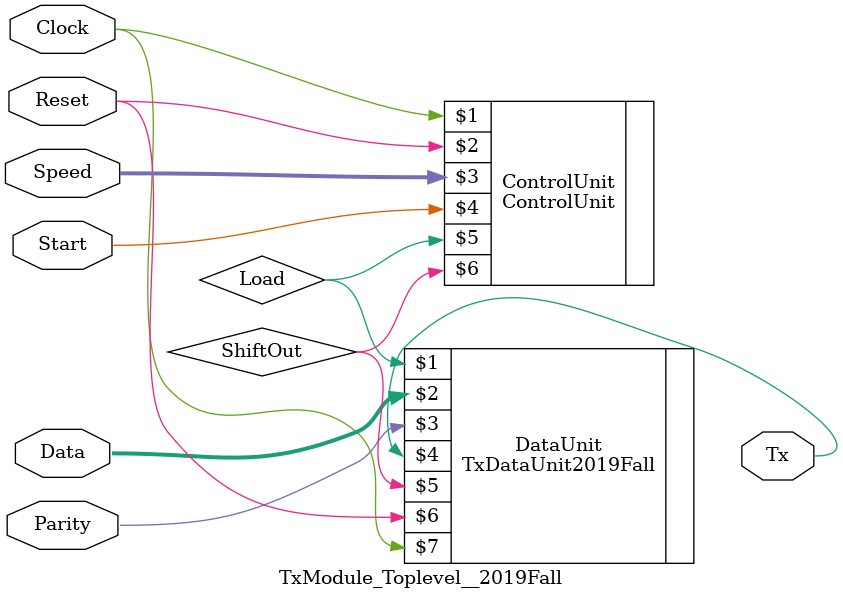
<source format=v>
`timescale 1ns / 1ps
module TxModule_Toplevel__2019Fall(Start, Data, Speed, Parity, Tx, Reset, Clock);
input Start, Parity, Reset, Clock;
input [8:0] Data;
input [3:0] Speed;	//baud in the number of clock cycles
output Tx;

wire Load, ShiftOut;

//ControlUnit(input Clock, input Reset, input [3:0] Speed, input Start, output reg Load, output reg ShiftOut)

ControlUnit ControlUnit(Clock,Reset,Speed,Start,Load,ShiftOut);

//module TxDataUnit2019Fall(Load, Data, Parity, Tx, ShiftOut, Reset, Clock);

TxDataUnit2019Fall DataUnit(Load, Data, Parity, Tx, ShiftOut, Reset, Clock);

endmodule

</source>
